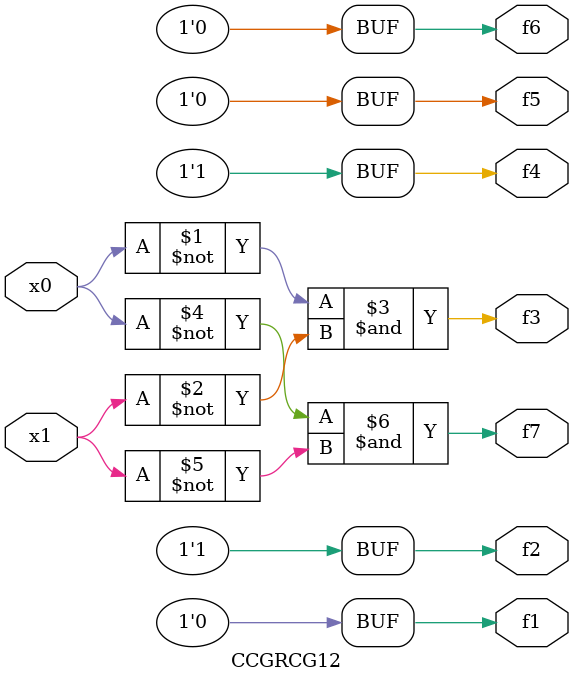
<source format=v>

module CCGRCG12 ( 
    x0, x1,
    f1, f2, f3, f4, f5, f6, f7  );
  input  x0, x1;
  output f1, f2, f3, f4, f5, f6, f7;
  assign f3 = ~x0 & ~x1;
  assign f1 = 1'b0;
  assign f2 = 1'b1;
  assign f4 = 1'b1;
  assign f5 = 1'b0;
  assign f6 = 1'b0;
  assign f7 = ~x0 & ~x1;
endmodule



</source>
